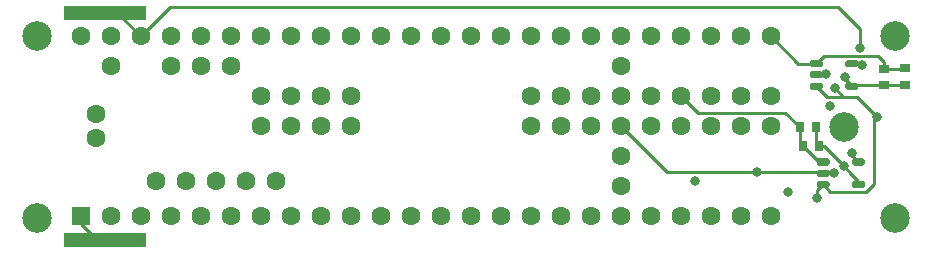
<source format=gbr>
%TF.GenerationSoftware,KiCad,Pcbnew,(5.1.10)-1*%
%TF.CreationDate,2021-08-06T13:58:57-07:00*%
%TF.ProjectId,main_board,6d61696e-5f62-46f6-9172-642e6b696361,rev?*%
%TF.SameCoordinates,Original*%
%TF.FileFunction,Copper,L1,Top*%
%TF.FilePolarity,Positive*%
%FSLAX46Y46*%
G04 Gerber Fmt 4.6, Leading zero omitted, Abs format (unit mm)*
G04 Created by KiCad (PCBNEW (5.1.10)-1) date 2021-08-06 13:58:57*
%MOMM*%
%LPD*%
G01*
G04 APERTURE LIST*
%TA.AperFunction,SMDPad,CuDef*%
%ADD10R,7.000000X1.250000*%
%TD*%
%TA.AperFunction,ComponentPad*%
%ADD11C,2.500000*%
%TD*%
%TA.AperFunction,ComponentPad*%
%ADD12C,1.600000*%
%TD*%
%TA.AperFunction,ComponentPad*%
%ADD13R,1.600000X1.600000*%
%TD*%
%TA.AperFunction,SMDPad,CuDef*%
%ADD14R,0.725000X0.900000*%
%TD*%
%TA.AperFunction,SMDPad,CuDef*%
%ADD15R,0.900000X0.725000*%
%TD*%
%TA.AperFunction,ViaPad*%
%ADD16C,0.800000*%
%TD*%
%TA.AperFunction,Conductor*%
%ADD17C,0.250000*%
%TD*%
G04 APERTURE END LIST*
D10*
%TO.P,J3,1*%
%TO.N,GND*%
X63119000Y-92608400D03*
%TD*%
%TO.P,J2,1*%
%TO.N,+3V3*%
X63119000Y-73406000D03*
%TD*%
D11*
%TO.P,H5,1*%
%TO.N,N/C*%
X125679200Y-83067000D03*
%TD*%
D12*
%TO.P,U1,87*%
%TO.N,Net-(U1-Pad87)*%
X62344300Y-82009900D03*
%TO.P,U1,88*%
%TO.N,Net-(U1-Pad88)*%
X62344300Y-84029900D03*
%TO.P,U1,86*%
%TO.N,Net-(U1-Pad86)*%
X76314300Y-80479900D03*
%TO.P,U1,85*%
%TO.N,Net-(U1-Pad85)*%
X78854300Y-80479900D03*
%TO.P,U1,84*%
%TO.N,Net-(U1-Pad84)*%
X81394300Y-80479900D03*
%TO.P,U1,83*%
%TO.N,Net-(U1-Pad83)*%
X83934300Y-80479900D03*
%TO.P,U1,66*%
%TO.N,Net-(U1-Pad66)*%
X83934300Y-83019900D03*
%TO.P,U1,65*%
%TO.N,Net-(U1-Pad65)*%
X81394300Y-83019900D03*
%TO.P,U1,63*%
%TO.N,Net-(U1-Pad63)*%
X76314300Y-83019900D03*
%TO.P,U1,64*%
%TO.N,Net-(U1-Pad64)*%
X78854300Y-83019900D03*
%TO.P,U1,67*%
%TO.N,Net-(U1-Pad67)*%
X99174300Y-83019900D03*
%TO.P,U1,82*%
%TO.N,Net-(U1-Pad82)*%
X99174300Y-80479900D03*
%TO.P,U1,68*%
%TO.N,Net-(U1-Pad68)*%
X101714300Y-83019900D03*
%TO.P,U1,81*%
%TO.N,Net-(U1-Pad81)*%
X101714300Y-80479900D03*
%TO.P,U1,69*%
%TO.N,Net-(U1-Pad69)*%
X104254300Y-83019900D03*
%TO.P,U1,80*%
%TO.N,Net-(U1-Pad80)*%
X104254300Y-80479900D03*
%TO.P,U1,74*%
%TO.N,Net-(U1-Pad74)*%
X119494300Y-83019900D03*
%TO.P,U1,75*%
%TO.N,Net-(U1-Pad75)*%
X119494300Y-80479900D03*
%TO.P,U1,70*%
%TO.N,Net-(U1-Pad70)*%
X109334300Y-83019900D03*
%TO.P,U1,71*%
%TO.N,Net-(U1-Pad71)*%
X111874300Y-83019900D03*
%TO.P,U1,72*%
%TO.N,Net-(U1-Pad72)*%
X114414300Y-83019900D03*
%TO.P,U1,73*%
%TO.N,Net-(U1-Pad73)*%
X116954300Y-83019900D03*
%TO.P,U1,76*%
%TO.N,Net-(U1-Pad76)*%
X116954300Y-80479900D03*
%TO.P,U1,77*%
%TO.N,Net-(U1-Pad77)*%
X114414300Y-80479900D03*
%TO.P,U1,78*%
%TO.N,AMP16*%
X111874300Y-80479900D03*
%TO.P,U1,79*%
%TO.N,AMP17*%
X109334300Y-80479900D03*
%TO.P,U1,62*%
%TO.N,Net-(U1-Pad62)*%
X77584300Y-87639900D03*
%TO.P,U1,61*%
%TO.N,Net-(U1-Pad61)*%
X75044300Y-87639900D03*
%TO.P,U1,60*%
%TO.N,Net-(U1-Pad60)*%
X72504300Y-87639900D03*
%TO.P,U1,59*%
%TO.N,Net-(U1-Pad59)*%
X69964300Y-87639900D03*
%TO.P,U1,58*%
%TO.N,Net-(U1-Pad58)*%
X67424300Y-87639900D03*
%TO.P,U1,57*%
%TO.N,Net-(U1-Pad57)*%
X73774300Y-77939900D03*
%TO.P,U1,56*%
%TO.N,Net-(U1-Pad56)*%
X71234300Y-77939900D03*
%TO.P,U1,55*%
%TO.N,Net-(U1-Pad55)*%
X68694300Y-77939900D03*
%TO.P,U1,54*%
%TO.N,Net-(U1-Pad54)*%
X63614300Y-77939900D03*
%TO.P,U1,53*%
%TO.N,BAT*%
X61074300Y-75399900D03*
%TO.P,U1,52*%
%TO.N,Net-(U1-Pad52)*%
X63614300Y-75399900D03*
%TO.P,U1,51*%
%TO.N,+3V3*%
X66154300Y-75399900D03*
%TO.P,U1,50*%
%TO.N,Net-(U1-Pad50)*%
X68694300Y-75399900D03*
%TO.P,U1,49*%
%TO.N,Net-(U1-Pad49)*%
X71234300Y-75399900D03*
%TO.P,U1,48*%
%TO.N,Net-(U1-Pad48)*%
X73774300Y-75399900D03*
%TO.P,U1,47*%
%TO.N,AMP14*%
X76314300Y-75399900D03*
%TO.P,U1,46*%
%TO.N,AMP13*%
X78854300Y-75399900D03*
%TO.P,U1,45*%
%TO.N,AMP12*%
X81394300Y-75399900D03*
%TO.P,U1,44*%
%TO.N,AMP4*%
X83934300Y-75399900D03*
%TO.P,U1,43*%
%TO.N,AMP3*%
X86474300Y-75399900D03*
%TO.P,U1,42*%
%TO.N,AMP2*%
X89014300Y-75399900D03*
%TO.P,U1,41*%
%TO.N,AMP1*%
X91554300Y-75399900D03*
%TO.P,U1,40*%
%TO.N,Net-(U1-Pad40)*%
X94094300Y-75399900D03*
%TO.P,U1,39*%
%TO.N,Net-(U1-Pad39)*%
X96634300Y-75399900D03*
%TO.P,U1,38*%
%TO.N,Net-(U1-Pad38)*%
X99174300Y-75399900D03*
D13*
%TO.P,U1,1*%
%TO.N,GND*%
X61074300Y-90639900D03*
D12*
%TO.P,U1,2*%
%TO.N,Net-(U1-Pad2)*%
X63614300Y-90639900D03*
%TO.P,U1,3*%
%TO.N,Net-(U1-Pad3)*%
X66154300Y-90639900D03*
%TO.P,U1,4*%
%TO.N,Net-(U1-Pad4)*%
X68694300Y-90639900D03*
%TO.P,U1,5*%
%TO.N,Net-(U1-Pad5)*%
X71234300Y-90639900D03*
%TO.P,U1,6*%
%TO.N,Net-(U1-Pad6)*%
X73774300Y-90639900D03*
%TO.P,U1,7*%
%TO.N,Net-(U1-Pad7)*%
X76314300Y-90639900D03*
%TO.P,U1,8*%
%TO.N,Net-(U1-Pad8)*%
X78854300Y-90639900D03*
%TO.P,U1,9*%
%TO.N,Net-(U1-Pad9)*%
X81394300Y-90639900D03*
%TO.P,U1,10*%
%TO.N,Net-(U1-Pad10)*%
X83934300Y-90639900D03*
%TO.P,U1,11*%
%TO.N,Net-(U1-Pad11)*%
X86474300Y-90639900D03*
%TO.P,U1,12*%
%TO.N,Net-(U1-Pad12)*%
X89014300Y-90639900D03*
%TO.P,U1,13*%
%TO.N,Net-(U1-Pad13)*%
X91554300Y-90639900D03*
%TO.P,U1,37*%
%TO.N,Net-(U1-Pad37)*%
X101714300Y-75399900D03*
%TO.P,U1,36*%
%TO.N,AMP11*%
X104254300Y-75399900D03*
%TO.P,U1,35*%
%TO.N,AMP10*%
X106794300Y-75399900D03*
%TO.P,U1,34*%
%TO.N,AMP9*%
X109334300Y-75399900D03*
%TO.P,U1,33*%
%TO.N,AMP8*%
X111874300Y-75399900D03*
%TO.P,U1,32*%
%TO.N,AMP7*%
X114414300Y-75399900D03*
%TO.P,U1,31*%
%TO.N,AMP6*%
X116954300Y-75399900D03*
%TO.P,U1,30*%
%TO.N,AMP15*%
X119494300Y-75399900D03*
%TO.P,U1,29*%
%TO.N,Net-(U1-Pad29)*%
X106794300Y-77939900D03*
%TO.P,U1,28*%
%TO.N,Net-(U1-Pad28)*%
X106794300Y-80479900D03*
%TO.P,U1,27*%
%TO.N,GND*%
X106794300Y-83019900D03*
%TO.P,U1,26*%
%TO.N,Net-(U1-Pad26)*%
X106794300Y-85559900D03*
%TO.P,U1,25*%
%TO.N,RTCBat*%
X106794300Y-88099900D03*
%TO.P,U1,24*%
%TO.N,Net-(U1-Pad24)*%
X119494300Y-90639900D03*
%TO.P,U1,23*%
%TO.N,Net-(U1-Pad23)*%
X116954300Y-90639900D03*
%TO.P,U1,22*%
%TO.N,Net-(U1-Pad22)*%
X114414300Y-90639900D03*
%TO.P,U1,21*%
%TO.N,Net-(U1-Pad21)*%
X111874300Y-90639900D03*
%TO.P,U1,14*%
%TO.N,Net-(U1-Pad14)*%
X94094300Y-90639900D03*
%TO.P,U1,15*%
%TO.N,Net-(U1-Pad15)*%
X96634300Y-90639900D03*
%TO.P,U1,16*%
%TO.N,Net-(U1-Pad16)*%
X99174300Y-90639900D03*
%TO.P,U1,20*%
%TO.N,Net-(U1-Pad20)*%
X109334300Y-90639900D03*
%TO.P,U1,19*%
%TO.N,Net-(U1-Pad19)*%
X106794300Y-90639900D03*
%TO.P,U1,18*%
%TO.N,Net-(U1-Pad18)*%
X104254300Y-90639900D03*
%TO.P,U1,17*%
%TO.N,Net-(U1-Pad17)*%
X101714300Y-90639900D03*
%TD*%
%TO.P,U3,1*%
%TO.N,AMP16*%
%TA.AperFunction,SMDPad,CuDef*%
G36*
G01*
X123363900Y-86192500D02*
X123363900Y-85892500D01*
G75*
G02*
X123513900Y-85742500I150000J0D01*
G01*
X124313900Y-85742500D01*
G75*
G02*
X124463900Y-85892500I0J-150000D01*
G01*
X124463900Y-86192500D01*
G75*
G02*
X124313900Y-86342500I-150000J0D01*
G01*
X123513900Y-86342500D01*
G75*
G02*
X123363900Y-86192500I0J150000D01*
G01*
G37*
%TD.AperFunction*%
%TO.P,U3,5*%
%TO.N,+3V3*%
%TA.AperFunction,SMDPad,CuDef*%
G36*
G01*
X126363900Y-86192500D02*
X126363900Y-85892500D01*
G75*
G02*
X126513900Y-85742500I150000J0D01*
G01*
X127313900Y-85742500D01*
G75*
G02*
X127463900Y-85892500I0J-150000D01*
G01*
X127463900Y-86192500D01*
G75*
G02*
X127313900Y-86342500I-150000J0D01*
G01*
X126513900Y-86342500D01*
G75*
G02*
X126363900Y-86192500I0J150000D01*
G01*
G37*
%TD.AperFunction*%
%TO.P,U3,2*%
%TO.N,GND*%
%TA.AperFunction,SMDPad,CuDef*%
G36*
G01*
X123363900Y-87142500D02*
X123363900Y-86842500D01*
G75*
G02*
X123513900Y-86692500I150000J0D01*
G01*
X124313900Y-86692500D01*
G75*
G02*
X124463900Y-86842500I0J-150000D01*
G01*
X124463900Y-87142500D01*
G75*
G02*
X124313900Y-87292500I-150000J0D01*
G01*
X123513900Y-87292500D01*
G75*
G02*
X123363900Y-87142500I0J150000D01*
G01*
G37*
%TD.AperFunction*%
%TO.P,U3,3*%
%TO.N,VGND*%
%TA.AperFunction,SMDPad,CuDef*%
G36*
G01*
X123363900Y-88092500D02*
X123363900Y-87792500D01*
G75*
G02*
X123513900Y-87642500I150000J0D01*
G01*
X124313900Y-87642500D01*
G75*
G02*
X124463900Y-87792500I0J-150000D01*
G01*
X124463900Y-88092500D01*
G75*
G02*
X124313900Y-88242500I-150000J0D01*
G01*
X123513900Y-88242500D01*
G75*
G02*
X123363900Y-88092500I0J150000D01*
G01*
G37*
%TD.AperFunction*%
%TO.P,U3,4*%
%TO.N,UNAMP16*%
%TA.AperFunction,SMDPad,CuDef*%
G36*
G01*
X126363900Y-88092500D02*
X126363900Y-87792500D01*
G75*
G02*
X126513900Y-87642500I150000J0D01*
G01*
X127313900Y-87642500D01*
G75*
G02*
X127463900Y-87792500I0J-150000D01*
G01*
X127463900Y-88092500D01*
G75*
G02*
X127313900Y-88242500I-150000J0D01*
G01*
X126513900Y-88242500D01*
G75*
G02*
X126363900Y-88092500I0J150000D01*
G01*
G37*
%TD.AperFunction*%
%TD*%
%TO.P,U2,1*%
%TO.N,AMP15*%
%TA.AperFunction,SMDPad,CuDef*%
G36*
G01*
X122792400Y-77866300D02*
X122792400Y-77566300D01*
G75*
G02*
X122942400Y-77416300I150000J0D01*
G01*
X123742400Y-77416300D01*
G75*
G02*
X123892400Y-77566300I0J-150000D01*
G01*
X123892400Y-77866300D01*
G75*
G02*
X123742400Y-78016300I-150000J0D01*
G01*
X122942400Y-78016300D01*
G75*
G02*
X122792400Y-77866300I0J150000D01*
G01*
G37*
%TD.AperFunction*%
%TO.P,U2,5*%
%TO.N,+3V3*%
%TA.AperFunction,SMDPad,CuDef*%
G36*
G01*
X125792400Y-77866300D02*
X125792400Y-77566300D01*
G75*
G02*
X125942400Y-77416300I150000J0D01*
G01*
X126742400Y-77416300D01*
G75*
G02*
X126892400Y-77566300I0J-150000D01*
G01*
X126892400Y-77866300D01*
G75*
G02*
X126742400Y-78016300I-150000J0D01*
G01*
X125942400Y-78016300D01*
G75*
G02*
X125792400Y-77866300I0J150000D01*
G01*
G37*
%TD.AperFunction*%
%TO.P,U2,2*%
%TO.N,GND*%
%TA.AperFunction,SMDPad,CuDef*%
G36*
G01*
X122792400Y-78816300D02*
X122792400Y-78516300D01*
G75*
G02*
X122942400Y-78366300I150000J0D01*
G01*
X123742400Y-78366300D01*
G75*
G02*
X123892400Y-78516300I0J-150000D01*
G01*
X123892400Y-78816300D01*
G75*
G02*
X123742400Y-78966300I-150000J0D01*
G01*
X122942400Y-78966300D01*
G75*
G02*
X122792400Y-78816300I0J150000D01*
G01*
G37*
%TD.AperFunction*%
%TO.P,U2,3*%
%TO.N,VGND*%
%TA.AperFunction,SMDPad,CuDef*%
G36*
G01*
X122792400Y-79766300D02*
X122792400Y-79466300D01*
G75*
G02*
X122942400Y-79316300I150000J0D01*
G01*
X123742400Y-79316300D01*
G75*
G02*
X123892400Y-79466300I0J-150000D01*
G01*
X123892400Y-79766300D01*
G75*
G02*
X123742400Y-79916300I-150000J0D01*
G01*
X122942400Y-79916300D01*
G75*
G02*
X122792400Y-79766300I0J150000D01*
G01*
G37*
%TD.AperFunction*%
%TO.P,U2,4*%
%TO.N,UNAMP15*%
%TA.AperFunction,SMDPad,CuDef*%
G36*
G01*
X125792400Y-79766300D02*
X125792400Y-79466300D01*
G75*
G02*
X125942400Y-79316300I150000J0D01*
G01*
X126742400Y-79316300D01*
G75*
G02*
X126892400Y-79466300I0J-150000D01*
G01*
X126892400Y-79766300D01*
G75*
G02*
X126742400Y-79916300I-150000J0D01*
G01*
X125942400Y-79916300D01*
G75*
G02*
X125792400Y-79766300I0J150000D01*
G01*
G37*
%TD.AperFunction*%
%TD*%
D14*
%TO.P,R6,2*%
%TO.N,AMP16*%
X122234100Y-84683600D03*
%TO.P,R6,1*%
%TO.N,UNAMP16*%
X123609100Y-84683600D03*
%TD*%
D15*
%TO.P,R3,2*%
%TO.N,AMP15*%
X129095500Y-78143100D03*
%TO.P,R3,1*%
%TO.N,UNAMP15*%
X129095500Y-79518100D03*
%TD*%
D11*
%TO.P,H4,1*%
%TO.N,N/C*%
X129974000Y-75390000D03*
%TD*%
%TO.P,H3,1*%
%TO.N,N/C*%
X129974000Y-90744000D03*
%TD*%
%TO.P,H2,1*%
%TO.N,N/C*%
X57360000Y-90744000D03*
%TD*%
%TO.P,H1,1*%
%TO.N,N/C*%
X57360000Y-75390000D03*
%TD*%
D14*
%TO.P,C2,2*%
%TO.N,AMP16*%
X121932700Y-83108800D03*
%TO.P,C2,1*%
%TO.N,UNAMP16*%
X123307700Y-83108800D03*
%TD*%
D15*
%TO.P,C1,2*%
%TO.N,AMP15*%
X130848100Y-78105000D03*
%TO.P,C1,1*%
%TO.N,UNAMP15*%
X130848100Y-79480000D03*
%TD*%
D16*
%TO.N,VGND*%
X123405900Y-89128600D03*
X128524000Y-82270600D03*
X124931001Y-79792999D03*
%TO.N,UNAMP15*%
X125780800Y-78803500D03*
X124536200Y-81267300D03*
%TO.N,UNAMP16*%
X125680700Y-86409300D03*
%TO.N,AMP17*%
X113068100Y-87655400D03*
%TO.N,+3V3*%
X120954800Y-88569800D03*
X126326900Y-85293200D03*
X127228600Y-77838300D03*
X127038100Y-76365100D03*
%TO.N,GND*%
X118338600Y-86906100D03*
X124805400Y-86992500D03*
X124206000Y-78625700D03*
%TD*%
D17*
%TO.N,VGND*%
X123405900Y-88450500D02*
X123913900Y-87942500D01*
X123405900Y-89128600D02*
X123405900Y-88450500D01*
X124538910Y-88567510D02*
X127510658Y-88567510D01*
X127510658Y-88567510D02*
X128193800Y-87884368D01*
X123913900Y-87942500D02*
X124538910Y-88567510D01*
X128193800Y-87884368D02*
X128193800Y-82600800D01*
X128193800Y-82600800D02*
X128524000Y-82270600D01*
X128524000Y-82270600D02*
X128524000Y-82270600D01*
X127984250Y-81730850D02*
X126752350Y-80498950D01*
X128524000Y-82270600D02*
X127984250Y-81730850D01*
X127984250Y-81730850D02*
X127745399Y-81491999D01*
X124225050Y-80498950D02*
X123342400Y-79616300D01*
X126752350Y-80498950D02*
X124225050Y-80498950D01*
X125636952Y-80498950D02*
X126752350Y-80498950D01*
X124931001Y-79792999D02*
X125636952Y-80498950D01*
%TO.N,UNAMP15*%
X130810000Y-79518100D02*
X130848100Y-79480000D01*
X129095500Y-79518100D02*
X130810000Y-79518100D01*
X126440600Y-79518100D02*
X126342400Y-79616300D01*
X129095500Y-79518100D02*
X126440600Y-79518100D01*
X125780800Y-79054700D02*
X126342400Y-79616300D01*
X125780800Y-78803500D02*
X125780800Y-79054700D01*
%TO.N,UNAMP16*%
X123307700Y-84382200D02*
X123609100Y-84683600D01*
X123307700Y-83108800D02*
X123307700Y-84382200D01*
X123955000Y-84683600D02*
X123609100Y-84683600D01*
X126913900Y-87642500D02*
X126315700Y-87044300D01*
X126913900Y-87942500D02*
X126913900Y-87642500D01*
X126315700Y-87044300D02*
X125680700Y-86409300D01*
X125680700Y-86409300D02*
X123955000Y-84683600D01*
%TO.N,AMP15*%
X130810000Y-78143100D02*
X130848100Y-78105000D01*
X129095500Y-78143100D02*
X130810000Y-78143100D01*
X129095500Y-78143100D02*
X129095500Y-77584300D01*
X123967410Y-77091290D02*
X123342400Y-77716300D01*
X128602490Y-77091290D02*
X123967410Y-77091290D01*
X129095500Y-77584300D02*
X128602490Y-77091290D01*
X121810700Y-77716300D02*
X119494300Y-75399900D01*
X123342400Y-77716300D02*
X121810700Y-77716300D01*
%TO.N,AMP16*%
X123593000Y-86042500D02*
X123913900Y-86042500D01*
X122234100Y-84683600D02*
X123593000Y-86042500D01*
X113289299Y-81894899D02*
X111874300Y-80479900D01*
X120718799Y-81894899D02*
X113289299Y-81894899D01*
X121932700Y-83108800D02*
X120718799Y-81894899D01*
X121932700Y-84382200D02*
X122234100Y-84683600D01*
X121932700Y-83108800D02*
X121932700Y-84382200D01*
%TO.N,+3V3*%
X126326900Y-85455500D02*
X126913900Y-86042500D01*
X126326900Y-85293200D02*
X126326900Y-85455500D01*
X126342400Y-77716300D02*
X127106600Y-77716300D01*
X127106600Y-77716300D02*
X127228600Y-77838300D01*
X127228600Y-77838300D02*
X127228600Y-77838300D01*
X127038100Y-76365100D02*
X127038100Y-74777600D01*
X127038100Y-74777600D02*
X125183900Y-72923400D01*
X68630800Y-72923400D02*
X66154300Y-75399900D01*
X125183900Y-72923400D02*
X68630800Y-72923400D01*
X63995300Y-73240900D02*
X63119000Y-73240900D01*
X64160400Y-73406000D02*
X66154300Y-75399900D01*
X63119000Y-73406000D02*
X64160400Y-73406000D01*
%TO.N,GND*%
X123791900Y-86870500D02*
X123913900Y-86992500D01*
X123913900Y-86992500D02*
X124805400Y-86992500D01*
X124805400Y-86992500D02*
X124805400Y-86992500D01*
X123342400Y-78666300D02*
X124206000Y-78625700D01*
X124206000Y-78625700D02*
X124165400Y-78666300D01*
X123827500Y-86906100D02*
X123913900Y-86992500D01*
X118338600Y-86906100D02*
X123827500Y-86906100D01*
X61074300Y-91274900D02*
X62407800Y-92608400D01*
X61074300Y-90639900D02*
X61074300Y-91274900D01*
X110680500Y-86906100D02*
X106794300Y-83019900D01*
X118338600Y-86906100D02*
X110680500Y-86906100D01*
%TD*%
M02*

</source>
